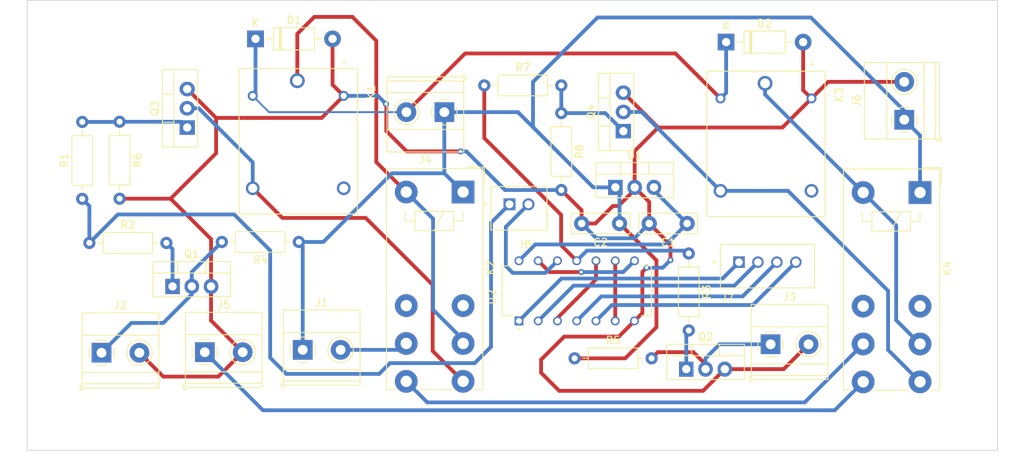
<source format=kicad_pcb>
(kicad_pcb (version 20221018) (generator pcbnew)
  (layers (0 "F.Cu" signal) (31 "B.Cu" power) (34 "B.Paste" user) (35 "F.Paste" user) (36 "B.SilkS" user "B.Silkscreen") (37 "F.SilkS" user "F.Silkscreen") (38 "B.Mask" user) (39 "F.Mask" user) (44 "Edge.Cuts" user))
  (net 0 "")
  (net 1 "+5V")
  (net 2 "CSDC-")
  (net 3 "Aux Battery in")
  (net 4 "reset")
  (net 5 "IMD In")
  (net 6 "Net-(J2-Pin_1)")
  (net 7 "Net-(J3-Pin_1)")
  (net 8 "CSDC+")
  (net 9 "BMS3")
  (net 10 "BMS4")
  (net 11 "BMS2")
  (net 12 "BMS1")
  (net 13 "BMS5")
  (net 14 "IMD Fault")
  (net 15 "Net-(Q3-D)")
  (net 16 "Net-(K1-PadCOM)")
  (net 20 "AMS In")
  (net 21 "Net-(Q4-D)")
  (net 22 "Net-(K3-PadCOM)")
  (net 26 "Net-(Q1-G)")
  (net 27 "Net-(Q2-G)")
  (net 28 "Net-(Q3-G)")
  (net 29 "Net-(Q4-G)")
  (net 30 "AMS Fault")
  (net 31 "out1")
  (net 32 "out2")
  (net 33 "out3")
  (footprint "MountingHole:MountingHole_3.5mm" (layer "F.Cu") (at 148.7424 75.2602)
    (fp_text reference "REF**" hide)
    (fp_text value "MountingHole_3.5mm")
    (pad "" np_thru_hole circle (at 0 0) (size 3.5 3.5) (drill 3.5) (layers "*.Cu" "*.Mask"))
  )
  (footprint "TerminalBlock_Phoenix:TerminalBlock_Phoenix_MKDS-1,5-2_1x02_P5.00mm_Horizontal" (layer "F.Cu") (at 80.3256 35.1534 180)
    (fp_text reference "J4" (at 2.5 -6.26) (layer "F.SilkS"))
    (fp_text value "Screw_Terminal_01x02")
    (pad "1" thru_hole rect (at 0 0 180) (size 2.6 2.6) (drill 1.3) (layers "*.Cu" "*.Mask") (net 3 "Aux Battery in"))
    (pad "2" thru_hole circle (at 5 0 180) (size 2.6 2.6) (drill 1.3) (layers "*.Cu" "*.Mask") (net 4 "reset"))
  )
  (footprint "Resistor_THT:R_Axial_DIN0207_L6.3mm_D2.5mm_P10.16mm_Horizontal" (layer "F.Cu") (at 33.5026 52.4256)
    (fp_text reference "R2" (at 5.08 -2.37) (layer "F.SilkS"))
    (fp_text value "100")
    (pad "1" thru_hole circle (at 0 0) (size 1.6 1.6) (drill 0.8) (layers "*.Cu" "*.Mask") (net 14 "IMD Fault"))
    (pad "2" thru_hole oval (at 10.16 0) (size 1.6 1.6) (drill 0.8) (layers "*.Cu" "*.Mask") (net 26 "Net-(Q1-G)"))
  )
  (footprint "Package_TO_SOT_THT:TO-220-3_Vertical" (layer "F.Cu") (at 46.411 37.1856 90)
    (fp_text reference "Q3" (at 2.54 -4.27 90) (layer "F.SilkS"))
    (fp_text value "IRF540N")
    (pad "1" thru_hole rect (at 0 0 90) (size 1.905 2) (drill 1.1) (layers "*.Cu" "*.Mask") (net 28 "Net-(Q3-G)"))
    (pad "2" thru_hole oval (at 2.54 0 90) (size 1.905 2) (drill 1.1) (layers "*.Cu" "*.Mask") (net 15 "Net-(Q3-D)"))
    (pad "3" thru_hole oval (at 5.08 0 90) (size 1.905 2) (drill 1.1) (layers "*.Cu" "*.Mask") (net 2 "CSDC-"))
  )
  (footprint "SRD-12VDC-SL-C:RELAY_SRD-12VDC-SL-C" (layer "F.Cu") (at 122.7582 39.4507 -90)
    (fp_text reference "K3" (at -6.575 -9.635 90) (layer "F.SilkS"))
    (fp_text value "SRD-12VDC-SL-C")
    (pad "COIL1" thru_hole circle (at -6.1 -6 270) (size 1.308 1.308) (drill 0.8) (layers "*.Cu" "*.Mask") (net 2 "CSDC-"))
    (pad "COIL2" thru_hole circle (at -6.1 6 270) (size 1.308 1.308) (drill 0.8) (layers "*.Cu" "*.Mask") (net 4 "reset"))
    (pad "COM" thru_hole circle (at -8.1 0.12 270) (size 1.95 1.95) (drill 1.3) (layers "*.Cu" "*.Mask") (net 22 "Net-(K3-PadCOM)"))
    (pad "NC" thru_hole circle (at 6.1 -6 270) (size 1.8 1.8) (drill 1.2) (layers "*.Cu" "*.Mask"))
    (pad "NO" thru_hole circle (at 6.1 6 270) (size 1.8 1.8) (drill 1.2) (layers "*.Cu" "*.Mask") (net 21 "Net-(Q4-D)"))
  )
  (footprint "MountingHole:MountingHole_3.5mm" (layer "F.Cu") (at 29.845 75.2348)
    (fp_text reference "REF**" hide)
    (fp_text value "MountingHole_3.5mm")
    (pad "" np_thru_hole circle (at 0 0) (size 3.5 3.5) (drill 3.5) (layers "*.Cu" "*.Mask"))
  )
  (footprint "Relay_THT:Relay_DPDT_Finder_40.52" (layer "F.Cu") (at 82.804 45.706 -90)
    (fp_text reference "K2" (at 10 -3.6 90) (layer "F.SilkS"))
    (fp_text value "FINDER-40.52")
    (pad "11" thru_hole circle (at 20 0 270) (size 3 3) (drill 1.5) (layers "*.Cu" "*.Mask") (net 16 "Net-(K1-PadCOM)"))
    (pad "12" thru_hole circle (at 15 0 270) (size 3 3) (drill 1.5) (layers "*.Cu" "*.Mask"))
    (pad "14" thru_hole circle (at 25 0 270) (size 3 3) (drill 1.5) (layers "*.Cu" "*.Mask") (net 15 "Net-(Q3-D)"))
    (pad "21" thru_hole circle (at 20 7.5 270) (size 3 3) (drill 1.5) (layers "*.Cu" "*.Mask") (net 5 "IMD In"))
    (pad "22" thru_hole circle (at 15 7.5 270) (size 3 3) (drill 1.5) (layers "*.Cu" "*.Mask"))
    (pad "24" thru_hole circle (at 25 7.5 270) (size 3 3) (drill 1.5) (layers "*.Cu" "*.Mask") (net 20 "AMS In"))
    (pad "A1" thru_hole rect (at 0 0 270) (size 3 3) (drill 1.5) (layers "*.Cu" "*.Mask") (net 3 "Aux Battery in"))
    (pad "A2" thru_hole circle (at 0 7.5 270) (size 3 3) (drill 1.5) (layers "*.Cu" "*.Mask") (net 16 "Net-(K1-PadCOM)"))
  )
  (footprint "MountingHole:MountingHole_3.5mm" (layer "F.Cu") (at 29.7688 24.7142)
    (fp_text reference "REF**" hide)
    (fp_text value "MountingHole_3.5mm")
    (pad "" np_thru_hole circle (at 0 0) (size 3.5 3.5) (drill 3.5) (layers "*.Cu" "*.Mask"))
  )
  (footprint "Resistor_THT:R_Axial_DIN0207_L6.3mm_D2.5mm_P10.16mm_Horizontal" (layer "F.Cu") (at 85.598 31.623)
    (fp_text reference "R7" (at 5.08 -2.37) (layer "F.SilkS"))
    (fp_text value "100")
    (pad "1" thru_hole circle (at 0 0) (size 1.6 1.6) (drill 0.8) (layers "*.Cu" "*.Mask") (net 30 "AMS Fault"))
    (pad "2" thru_hole oval (at 10.16 0) (size 1.6 1.6) (drill 0.8) (layers "*.Cu" "*.Mask") (net 29 "Net-(Q4-G)"))
  )
  (footprint "Capacitor_THT:C_Disc_D7.5mm_W2.5mm_P5.00mm" (layer "F.Cu") (at 103.4396 49.8602 180)
    (fp_text reference "C2" (at 2.5 -2.5) (layer "F.SilkS"))
    (fp_text value "0.1uf")
    (pad "1" thru_hole circle (at 0 0 180) (size 2 2) (drill 1) (layers "*.Cu" "*.Mask") (net 3 "Aux Battery in"))
    (pad "2" thru_hole circle (at 5 0 180) (size 2 2) (drill 1) (layers "*.Cu" "*.Mask") (net 2 "CSDC-"))
  )
  (footprint "MountingHole:MountingHole_3.5mm" (layer "F.Cu") (at 148.2852 24.7904)
    (fp_text reference "REF**" hide)
    (fp_text value "MountingHole_3.5mm")
    (pad "" np_thru_hole circle (at 0 0) (size 3.5 3.5) (drill 3.5) (layers "*.Cu" "*.Mask"))
  )
  (footprint "TerminalBlock_Phoenix:TerminalBlock_Phoenix_MKDS-1,5-2_1x02_P5.00mm_Horizontal" (layer "F.Cu") (at 35.1066 66.929)
    (fp_text reference "J2" (at 2.5 -6.26) (layer "F.SilkS"))
    (fp_text value "Screw_Terminal_01x02")
    (pad "1" thru_hole rect (at 0 0) (size 2.6 2.6) (drill 1.3) (layers "*.Cu" "*.Mask") (net 6 "Net-(J2-Pin_1)"))
    (pad "2" thru_hole circle (at 5 0) (size 2.6 2.6) (drill 1.3) (layers "*.Cu" "*.Mask") (net 2 "CSDC-"))
  )
  (footprint "SN74LS32N:DIP794W45P254L1969H508Q14" (layer "F.Cu") (at 97.79 58.7578 90)
    (fp_text reference "U2" (at -0.825 -11.135 90) (layer "F.SilkS"))
    (fp_text value "SN74LS32N")
    (pad "1" thru_hole rect (at -3.97 -7.62 90) (size 1.17 1.17) (drill 0.77) (layers "*.Cu" "*.Mask") (net 12 "BMS1"))
    (pad "2" thru_hole circle (at -3.97 -5.08 90) (size 1.17 1.17) (drill 0.77) (layers "*.Cu" "*.Mask") (net 11 "BMS2"))
    (pad "3" thru_hole circle (at -3.97 -2.54 90) (size 1.17 1.17) (drill 0.77) (layers "*.Cu" "*.Mask") (net 31 "out1"))
    (pad "4" thru_hole circle (at -3.97 0 90) (size 1.17 1.17) (drill 0.77) (layers "*.Cu" "*.Mask") (net 9 "BMS3"))
    (pad "5" thru_hole circle (at -3.97 2.54 90) (size 1.17 1.17) (drill 0.77) (layers "*.Cu" "*.Mask") (net 10 "BMS4"))
    (pad "6" thru_hole circle (at -3.97 5.08 90) (size 1.17 1.17) (drill 0.77) (layers "*.Cu" "*.Mask") (net 32 "out2"))
    (pad "7" thru_hole circle (at -3.97 7.62 90) (size 1.17 1.17) (drill 0.77) (layers "*.Cu" "*.Mask") (net 2 "CSDC-"))
    (pad "8" thru_hole circle (at 3.97 7.62 90) (size 1.17 1.17) (drill 0.77) (layers "*.Cu" "*.Mask") (net 33 "out3"))
    (pad "9" thru_hole circle (at 3.97 5.08 90) (size 1.17 1.17) (drill 0.77) (layers "*.Cu" "*.Mask") (net 32 "out2"))
    (pad "10" thru_hole circle (at 3.97 2.54 90) (size 1.17 1.17) (drill 0.77) (layers "*.Cu" "*.Mask") (net 31 "out1"))
    (pad "11" thru_hole circle (at 3.97 0 90) (size 1.17 1.17) (drill 0.77) (layers "*.Cu" "*.Mask") (net 30 "AMS Fault"))
    (pad "12" thru_hole circle (at 3.97 -2.54 90) (size 1.17 1.17) (drill 0.77) (layers "*.Cu" "*.Mask") (net 13 "BMS5"))
    (pad "13" thru_hole circle (at 3.97 -5.08 90) (size 1.17 1.17) (drill 0.77) (layers "*.Cu" "*.Mask") (net 33 "out3"))
    (pad "14" thru_hole circle (at 3.97 -7.62 90) (size 1.17 1.17) (drill 0.77) (layers "*.Cu" "*.Mask") (net 1 "+5V"))
  )
  (footprint "Resistor_THT:R_Axial_DIN0207_L6.3mm_D2.5mm_P10.16mm_Horizontal" (layer "F.Cu") (at 112.5728 53.8226 -90)
    (fp_text reference "R3" (at 5.08 -2.37 90) (layer "F.SilkS"))
    (fp_text value "100")
    (pad "1" thru_hole circle (at 0 0 270) (size 1.6 1.6) (drill 0.8) (layers "*.Cu" "*.Mask") (net 30 "AMS Fault"))
    (pad "2" thru_hole oval (at 10.16 0 270) (size 1.6 1.6) (drill 0.8) (layers "*.Cu" "*.Mask") (net 27 "Net-(Q2-G)"))
  )
  (footprint "Capacitor_THT:C_Disc_D7.5mm_W2.5mm_P5.00mm" (layer "F.Cu") (at 112.355 49.8602 180)
    (fp_text reference "C1" (at 2.5 -2.5) (layer "F.SilkS"))
    (fp_text value "0.33uf")
    (pad "1" thru_hole circle (at 0 0 180) (size 2 2) (drill 1) (layers "*.Cu" "*.Mask") (net 1 "+5V"))
    (pad "2" thru_hole circle (at 5 0 180) (size 2 2) (drill 1) (layers "*.Cu" "*.Mask") (net 2 "CSDC-"))
  )
  (footprint "Resistor_THT:R_Axial_DIN0207_L6.3mm_D2.5mm_P10.16mm_Horizontal" (layer "F.Cu") (at 37.4904 36.4236 -90)
    (fp_text reference "R6" (at 5.08 -2.37 90) (layer "F.SilkS"))
    (fp_text value "10k")
    (pad "1" thru_hole circle (at 0 0 270) (size 1.6 1.6) (drill 0.8) (layers "*.Cu" "*.Mask") (net 28 "Net-(Q3-G)"))
    (pad "2" thru_hole oval (at 10.16 0 270) (size 1.6 1.6) (drill 0.8) (layers "*.Cu" "*.Mask") (net 2 "CSDC-"))
  )
  (footprint "Resistor_THT:R_Axial_DIN0207_L6.3mm_D2.5mm_P10.16mm_Horizontal" (layer "F.Cu") (at 61.1378 52.2986 180)
    (fp_text reference "R4" (at 5.08 -2.37) (layer "F.SilkS"))
    (fp_text value "2K")
    (pad "1" thru_hole circle (at 0 0 180) (size 1.6 1.6) (drill 0.8) (layers "*.Cu" "*.Mask") (net 3 "Aux Battery in"))
    (pad "2" thru_hole oval (at 10.16 0 180) (size 1.6 1.6) (drill 0.8) (layers "*.Cu" "*.Mask") (net 6 "Net-(J2-Pin_1)"))
  )
  (footprint "Package_TO_SOT_THT:TO-220-3_Vertical" (layer "F.Cu") (at 102.8954 45.0902)
    (fp_text reference "U1" (at 2.54 -4.27) (layer "F.SilkS"))
    (fp_text value "L7805")
    (pad "1" thru_hole rect (at 0 0) (size 1.905 2) (drill 1.1) (layers "*.Cu" "*.Mask") (net 3 "Aux Battery in"))
    (pad "2" thru_hole oval (at 2.54 0) (size 1.905 2) (drill 1.1) (layers "*.Cu" "*.Mask") (net 2 "CSDC-"))
    (pad "3" thru_hole oval (at 5.08 0) (size 1.905 2) (drill 1.1) (layers "*.Cu" "*.Mask") (net 1 "+5V"))
  )
  (footprint "Package_TO_SOT_THT:TO-220-3_Vertical" (layer "F.Cu") (at 112.2426 69.0932)
    (fp_text reference "Q2" (at 2.54 -4.27) (layer "F.SilkS"))
    (fp_text value "IRF540N")
    (pad "1" thru_hole rect (at 0 0) (size 1.905 2) (drill 1.1) (layers "*.Cu" "*.Mask") (net 27 "Net-(Q2-G)"))
    (pad "2" thru_hole oval (at 2.54 0) (size 1.905 2) (drill 1.1) (layers "*.Cu" "*.Mask") (net 7 "Net-(J3-Pin_1)"))
    (pad "3" thru_hole oval (at 5.08 0) (size 1.905 2) (drill 1.1) (layers "*.Cu" "*.Mask") (net 2 "CSDC-"))
  )
  (footprint "Resistor_THT:R_Axial_DIN0207_L6.3mm_D2.5mm_P10.16mm_Horizontal" (layer "F.Cu") (at 95.758 35.2806 -90)
    (fp_text reference "R8" (at 5.08 -2.37 90) (layer "F.SilkS"))
    (fp_text value "10k")
    (pad "1" thru_hole circle (at 0 0 270) (size 1.6 1.6) (drill 0.8) (layers "*.Cu" "*.Mask") (net 29 "Net-(Q4-G)"))
    (pad "2" thru_hole oval (at 10.16 0 270) (size 1.6 1.6) (drill 0.8) (layers "*.Cu" "*.Mask") (net 2 "CSDC-"))
  )
  (footprint "conn-JST-2pin:JST_B2B-XH-A_LF__SN_" (layer "F.Cu") (at 90.1723 47.8536 180)
    (fp_text reference "J8" (at -0.775 -4.76) (layer "F.SilkS"))
    (fp_text value "B2B-XH-A_LF__SN_")
    (pad "1" thru_hole rect (at 1.25 0.525 180) (size 1.575 1.575) (drill 1.05) (layers "*.Cu" "*.Mask") (net 14 "IMD Fault"))
    (pad "2" thru_hole circle (at -1.25 0.525 180) (size 1.575 1.575) (drill 1.05) (layers "*.Cu" "*.Mask") (net 13 "BMS5"))
  )
  (footprint "Diode_THT:D_DO-41_SOD81_P10.16mm_Horizontal" (layer "F.Cu") (at 117.5004 25.908)
    (fp_text reference "D2" (at 5.08 -2.47) (layer "F.SilkS"))
    (fp_text value "1N4007")
    (fp_text user "K" (at 0 -2.1) (layer "F.SilkS"))
    (pad "1" thru_hole rect (at 0 0) (size 2.2 2.2) (drill 1.1) (layers "*.Cu" "*.Mask") (net 4 "reset"))
    (pad "2" thru_hole oval (at 10.16 0) (size 2.2 2.2) (drill 1.1) (layers "*.Cu" "*.Mask") (net 2 "CSDC-"))
  )
  (footprint "SRD-12VDC-SL-C:RELAY_SRD-12VDC-SL-C" (layer "F.Cu") (at 61.0537 39.1065 -90)
    (fp_text reference "K1" (at -6.575 -9.635 90) (layer "F.SilkS"))
    (fp_text value "SRD-12VDC-SL-C")
    (pad "COIL1" thru_hole circle (at -6.1 -6 270) (size 1.308 1.308) (drill 0.8) (layers "*.Cu" "*.Mask") (net 2 "CSDC-"))
    (pad "COIL2" thru_hole circle (at -6.1 6 270) (size 1.308 1.308) (drill 0.8) (layers "*.Cu" "*.Mask") (net 4 "reset"))
    (pad "COM" thru_hole circle (at -8.1 0.12 270) (size 1.95 1.95) (drill 1.3) (layers "*.Cu" "*.Mask") (net 16 "Net-(K1-PadCOM)"))
    (pad "NC" thru_hole circle (at 6.1 -6 270) (size 1.8 1.8) (drill 1.2) (layers "*.Cu" "*.Mask"))
    (pad "NO" thru_hole circle (at 6.1 6 270) (size 1.8 1.8) (drill 1.2) (layers "*.Cu" "*.Mask") (net 15 "Net-(Q3-D)"))
  )
  (footprint "Relay_THT:Relay_DPDT_Finder_40.52" (layer "F.Cu") (at 143.0773 45.7727 -90)
    (fp_text reference "K4" (at 10 -3.6 90) (layer "F.SilkS"))
    (fp_text value "FINDER-40.52")
    (pad "11" thru_hole circle (at 20 0 270) (size 3 3) (drill 1.5) (layers "*.Cu" "*.Mask") (net 22 "Net-(K3-PadCOM)"))
    (pad "12" thru_hole circle (at 15 0 270) (size 3 3) (drill 1.5) (layers "*.Cu" "*.Mask"))
    (pad "14" thru_hole circle (at 25 0 270) (size 3 3) (drill 1.5) (layers "*.Cu" "*.Mask") (net 21 "Net-(Q4-D)"))
    (pad "21" thru_hole circle (at 20 7.5 270) (size 3 3) (drill 1.5) (layers "*.Cu" "*.Mask") (net 20 "AMS In"))
    (pad "22" thru_hole circle (at 15 7.5 270) (size 3 3) (drill 1.5) (layers "*.Cu" "*.Mask"))
    (pad "24" thru_hole circle (at 25 7.5 270) (size 3 3) (drill 1.5) (layers "*.Cu" "*.Mask") (net 8 "CSDC+"))
    (pad "A1" thru_hole rect (at 0 0 270) (size 3 3) (drill 1.5) (layers "*.Cu" "*.Mask") (net 3 "Aux Battery in"))
    (pad "A2" thru_hole circle (at 0 7.5 270) (size 3 3) (drill 1.5) (layers "*.Cu" "*.Mask") (net 22 "Net-(K3-PadCOM)"))
  )
  (footprint "Package_TO_SOT_THT:TO-220-3_Vertical" (layer "F.Cu") (at 44.4754 58.1712)
    (fp_text reference "Q1" (at 2.54 -4.27) (layer "F.SilkS"))
    (fp_text value "IRF540N")
    (pad "1" thru_hole rect (at 0 0) (size 1.905 2) (drill 1.1) (layers "*.Cu" "*.Mask") (net 26 "Net-(Q1-G)"))
    (pad "2" thru_hole oval (at 2.54 0) (size 1.905 2) (drill 1.1) (layers "*.Cu" "*.Mask") (net 6 "Net-(J2-Pin_1)"))
    (pad "3" thru_hole oval (at 5.08 0) (size 1.905 2) (drill 1.1) (layers "*.Cu" "*.Mask") (net 2 "CSDC-"))
  )
  (footprint "Resistor_THT:R_Axial_DIN0207_L6.3mm_D2.5mm_P10.16mm_Horizontal" (layer "F.Cu") (at 97.5106 67.6656)
    (fp_text reference "R5" (at 5.08 -2.37) (layer "F.SilkS"))
    (fp_text value "2K")
    (pad "1" thru_hole circle (at 0 0) (size 1.6 1.6) (drill 0.8) (layers "*.Cu" "*.Mask") (net 3 "Aux Battery in"))
    (pad "2" thru_hole oval (at 10.16 0) (size 1.6 1.6) (drill 0.8) (layers "*.Cu" "*.Mask") (net 7 "Net-(J3-Pin_1)"))
  )
  (footprint "Package_TO_SOT_THT:TO-220-3_Vertical" (layer "F.Cu") (at 103.942 37.6682 90)
    (fp_text reference "Q4" (at 2.54 -4.27 90) (layer "F.SilkS"))
    (fp_text value "IRF540N")
    (pad "1" thru_hole rect (at 0 0 90) (size 1.905 2) (drill 1.1) (layers "*.Cu" "*.Mask") (net 29 "Net-(Q4-G)"))
    (pad "2" thru_hole oval (at 2.54 0 90) (size 1.905 2) (drill 1.1) (layers "*.Cu" "*.Mask") (net 21 "Net-(Q4-D)"))
    (pad "3" thru_hole oval (at 5.08 0 90) (size 1.905 2) (drill 1.1) (layers "*.Cu" "*.Mask") (net 2 "CSDC-"))
  )
  (footprint "conn-JST-4pin:JST_B4B-XH-A_LF__SN_" (layer "F.Cu") (at 122.9452 55.4906 180)
    (fp_text reference "J7" (at 5.267 -4.2248) (layer "F.SilkS") (effects (font (size 0.944882 0.944882))))
    (fp_text value "B4B-XH-A_LF__SN_")
    (pad "1" thru_hole rect (at 3.75 0.525 180) (size 1.508 1.508) (drill 1) (layers "*.Cu" "*.Mask") (net 12 "BMS1"))
    (pad "2" thru_hole circle (at 1.25 0.525 180) (size 1.508 1.508) (drill 1) (layers "*.Cu" "*.Mask") (net 11 "BMS2"))
    (pad "3" thru_hole circle (at -1.25 0.525 180) (size 1.508 1.508) (drill 1) (layers "*.Cu" "*.Mask") (net 9 "BMS3"))
    (pad "4" thru_hole circle (at -3.75 0.525 180) (size 1.508 1.508) (drill 1) (layers "*.Cu" "*.Mask") (net 10 "BMS4"))
  )
  (footprint "TerminalBlock_Phoenix:TerminalBlock_Phoenix_MKDS-1,5-2_1x02_P5.00mm_Horizontal" (layer "F.Cu") (at 48.7318 66.853)
    (fp_text reference "J5" (at 2.5 -6.26) (layer "F.SilkS"))
    (fp_text value "Screw_Terminal_01x02")
    (pad "1" thru_hole rect (at 0 0) (size 2.6 2.6) (drill 1.3) (layers "*.Cu" "*.Mask") (net 8 "CSDC+"))
    (pad "2" thru_hole circle (at 5 0) (size 2.6 2.6) (drill 1.3) (layers "*.Cu" "*.Mask") (net 2 "CSDC-"))
  )
  (footprint "Diode_THT:D_DO-41_SOD81_P10.16mm_Horizontal" (layer "F.Cu") (at 55.4228 25.4762)
    (fp_text reference "D1" (at 5.08 -2.47) (layer "F.SilkS"))
    (fp_text value "1N4007")
    (fp_text user "K" (at 0 -2.1) (layer "F.SilkS"))
    (pad "1" thru_hole rect (at 0 0) (size 2.2 2.2) (drill 1.1) (layers "*.Cu" "*.Mask") (net 4 "reset"))
    (pad "2" thru_hole oval (at 10.16 0) (size 2.2 2.2) (drill 1.1) (layers "*.Cu" "*.Mask") (net 2 "CSDC-"))
  )
  (footprint "TerminalBlock_Phoenix:TerminalBlock_Phoenix_MKDS-1,5-2_1x02_P5.00mm_Horizontal" (layer "F.Cu") (at 123.3716 65.8114)
    (fp_text reference "J3" (at 2.5 -6.26) (layer "F.SilkS"))
    (fp_text value "Screw_Terminal_01x02")
    (pad "1" thru_hole rect (at 0 0) (size 2.6 2.6) (drill 1.3) (layers "*.Cu" "*.Mask") (net 7 "Net-(J3-Pin_1)"))
    (pad "2" thru_hole circle (at 5 0) (size 2.6 2.6) (drill 1.3) (layers "*.Cu" "*.Mask") (net 2 "CSDC-"))
  )
  (footprint "Resistor_THT:R_Axial_DIN0207_L6.3mm_D2.5mm_P10.16mm_Horizontal" (layer "F.Cu") (at 32.5628 46.609 90)
    (fp_text reference "R1" (at 5.08 -2.37 90) (layer "F.SilkS"))
    (fp_text value "100")
    (pad "1" thru_hole circle (at 0 0 90) (size 1.6 1.6) (drill 0.8) (layers "*.Cu" "*.Mask") (net 14 "IMD Fault"))
    (pad "2" thru_hole oval (at 10.16 0 90) (size 1.6 1.6) (drill 0.8) (layers "*.Cu" "*.Mask") (net 28 "Net-(Q3-G)"))
  )
  (footprint "TerminalBlock_Phoenix:TerminalBlock_Phoenix_MKDS-1,5-2_1x02_P5.00mm_Horizontal" (layer "F.Cu") (at 61.6496 66.548)
    (fp_text reference "J1" (at 2.5 -6.26) (layer "F.SilkS"))
    (fp_text value "Screw_Terminal_01x02")
    (pad "1" thru_hole rect (at 0 0) (size 2.6 2.6) (drill 1.3) (layers "*.Cu" "*.Mask") (net 3 "Aux Battery in"))
    (pad "2" thru_hole circle (at 5 0) (size 2.6 2.6) (drill 1.3) (layers "*.Cu" "*.Mask") (net 5 "IMD In"))
  )
  (footprint "TerminalBlock_Phoenix:TerminalBlock_Phoenix_MKDS-1,5-2_1x02_P5.00mm_Horizontal" (layer "F.Cu") (at 140.9956 36.155 90)
    (fp_text reference "J6" (at 2.5 -6.26 90) (layer "F.SilkS"))
    (fp_text value "Screw_Terminal_01x02")
    (pad "1" thru_hole rect (at 0 0 90) (size 2.6 2.6) (drill 1.3) (layers "*.Cu" "*.Mask") (net 3 "Aux Battery in"))
    (pad "2" thru_hole circle (at 5 0 90) (size 2.6 2.6) (drill 1.3) (layers "*.Cu" "*.Mask") (net 2 "CSDC-"))
  )
  (gr_rect (start 25.2984 20.3962) (end 153.3144 79.8068) (stroke (width 0.1)) (fill none) (layer "Edge.Cuts"))
  (segment (start 109.5864 52.6288) (end 92.329 52.6288) (width 0.5) (layer "B.Cu") (net 1))
  (segment (start 107.9754 45.4806) (end 107.9754 45.0902) (width 0.5) (layer "B.Cu") (net 1))
  (segment (start 92.329 52.6288) (end 90.17 54.7878) (width 0.5) (layer "B.Cu") (net 1))
  (segment (start 112.355 49.8602) (end 109.5864 52.6288) (width 0.5) (layer "B.Cu") (net 1))
  (segment (start 112.355 49.8602) (end 107.9754 45.4806) (width 0.5) (layer "B.Cu") (net 1))
  (segment (start 105.4354 40.2896) (end 108.5394 37.1856) (width 0.5) (layer "F.Cu") (net 2))
  (segment (start 50.221 40.584) (end 50.221 35.9156) (width 0.5) (layer "F.Cu") (net 2))
  (segment (start 125.0898 69.0932) (end 128.3716 65.8114) (width 0.5) (layer "F.Cu") (net 2))
  (segment (start 107.355 49.8602) (end 107.355 47.0098) (width 0.5) (layer "F.Cu") (net 2))
  (segment (start 44.2214 46.5836) (end 50.221 40.584) (width 0.5) (layer "F.Cu") (net 2))
  (segment (start 46.411 32.1056) (end 50.221 35.9156) (width 0.5) (layer "F.Cu") (net 2))
  (segment (start 103.3424 64.7954) (end 105.41 62.7278) (width 0.5) (layer "F.Cu") (net 2))
  (segment (start 50.5062 70.0786) (end 53.7318 66.853) (width 0.5) (layer "F.Cu") (net 2))
  (segment (start 114.4576 71.9582) (end 95.4786 71.9582) (width 0.5) (layer "F.Cu") (net 2))
  (segment (start 93.091 69.5706) (end 93.091 67.8434) (width 0.5) (layer "F.Cu") (net 2))
  (segment (start 105.4354 45.4027) (end 103.2893 47.5488) (width 0.5) (layer "F.Cu") (net 2))
  (segment (start 49.5554 58.1712) (end 49.5554 51.9176) (width 0.5) (layer "F.Cu") (net 2))
  (segment (start 82.4738 40.3352) (end 75.3618 40.3352) (width 0.5) (layer "F.Cu") (net 2))
  (segment (start 117.3226 69.0932) (end 114.4576 71.9582) (width 0.5) (layer "F.Cu") (net 2))
  (segment (start 65.5828 31.5356) (end 67.0537 33.0065) (width 0.5) (layer "F.Cu") (net 2))
  (segment (start 93.091 67.8434) (end 96.139 64.7954) (width 0.5) (layer "F.Cu") (net 2))
  (segment (start 65.5828 25.4762) (end 65.5828 31.5356) (width 0.5) (layer "F.Cu") (net 2))
  (segment (start 103.942 32.5882) (end 108.5394 37.1856) (width 0.5) (layer "F.Cu") (net 2))
  (segment (start 130.9539 31.155) (end 128.7582 33.3507) (width 0.5) (layer "F.Cu") (net 2))
  (segment (start 117.3226 69.0932) (end 125.0898 69.0932) (width 0.5) (layer "F.Cu") (net 2))
  (segment (start 49.5554 62.6766) (end 49.5554 58.1712) (width 0.5) (layer "F.Cu") (net 2))
  (segment (start 106.445 61.6928) (end 106.445 56.2674) (width 0.5) (layer "F.Cu") (net 2))
  (segment (start 43.2562 70.0786) (end 50.5062 70.0786) (width 0.5) (layer "F.Cu") (net 2))
  (segment (start 75.3618 40.3352) (end 72.6694 37.6428) (width 0.5) (layer "F.Cu") (net 2))
  (segment (start 127.6604 25.908) (end 127.6604 32.2529) (width 0.5) (layer "F.Cu") (net 2))
  (segment (start 98.4396 48.1222) (end 95.758 45.4406) (width 0.5) (layer "F.Cu") (net 2))
  (segment (start 72.6694 37.6428) (end 72.6694 34.1122) (width 0.5) (layer "F.Cu") (net 2))
  (segment (start 110.1598 52.665) (end 107.355 49.8602) (width 0.5) (layer "F.Cu") (net 2))
  (segment (start 108.5394 37.1856) (end 124.9233 37.1856) (width 0.5) (layer "F.Cu") (net 2))
  (segment (start 103.2893 47.5488) (end 102.5652 47.5488) (width 0.5) (layer "F.Cu") (net 2))
  (segment (start 98.4396 49.8602) (end 98.4396 48.1222) (width 0.5) (layer "F.Cu") (net 2))
  (segment (start 124.9233 37.1856) (end 128.7582 33.3507) (width 0.5) (layer "F.Cu") (net 2))
  (segment (start 95.4786 71.9582) (end 93.091 69.5706) (width 0.5) (layer "F.Cu") (net 2))
  (segment (start 140.9956 31.155) (end 130.9539 31.155) (width 0.5) (layer "F.Cu") (net 2))
  (segment (start 102.5652 47.5488) (end 100.2538 49.8602) (width 0.5) (layer "F.Cu") (net 2))
  (segment (start 100.2538 49.8602) (end 98.4396 49.8602) (width 0.5) (layer "F.Cu") (net 2))
  (segment (start 50.221 35.9156) (end 64.1446 35.9156) (width 0.5) (layer "F.Cu") (net 2))
  (segment (start 105.4354 45.0902) (end 105.4354 40.2896) (width 0.5) (layer "F.Cu") (net 2))
  (segment (start 53.7318 66.853) (end 49.5554 62.6766) (width 0.5) (layer "F.Cu") (net 2))
  (segment (start 127.6604 32.2529) (end 128.7582 33.3507) (width 0.5) (layer "F.Cu") (net 2))
  (segment (start 96.139 64.7954) (end 103.3424 64.7954) (width 0.5) (layer "F.Cu") (net 2))
  (segment (start 105.41 62.7278) (end 106.445 61.6928) (width 0.5) (layer "F.Cu") (net 2))
  (segment (start 49.5554 51.9176) (end 44.2214 46.5836) (width 0.5) (layer "F.Cu") (net 2))
  (segment (start 72.6694 34.1122) (end 72.6186 34.0614) (width 0.5) (layer "F.Cu") (net 2))
  (segment (start 40.1066 66.929) (end 43.2562 70.0786) (width 0.5) (layer "F.Cu") (net 2))
  (segment (start 64.1446 35.9156) (end 67.0537 33.0065) (width 0.5) (layer "F.Cu") (net 2))
  (segment (start 107.355 47.0098) (end 105.4354 45.0902) (width 0.5) (layer "F.Cu") (net 2))
  (segment (start 105.4354 45.0902) (end 105.4354 45.4027) (width 0.5) (layer "F.Cu") (net 2))
  (segment (start 37.4904 46.5836) (end 44.2214 46.5836) (width 0.5) (layer "F.Cu") (net 2))
  (segment (start 110.1598 54.6862) (end 110.1598 52.665) (width 0.5) (layer "F.Cu") (net 2))
  (segment (start 106.445 56.2674) (end 107.0102 55.7022) (width 0.5) (layer "F.Cu") (net 2))
  (via (at 72.6186 34.0614) (size 0.8) (drill 0.4) (layers "F.Cu" "B.Cu") (net 2))
  (via (at 107.0102 55.7022) (size 0.8) (drill 0.4) (layers "F.Cu" "B.Cu") (net 2))
  (via (at 110.1598 54.6862) (size 0.8) (drill 0.4) (layers "F.Cu" "B.Cu") (net 2))
  (via (at 82.4738 40.3352) (size 0.8) (drill 0.4) (layers "F.Cu" "B.Cu") (net 2))
  (segment (start 105.3992 51.816) (end 100.3954 51.816) (width 0.5) (layer "B.Cu") (net 2))
  (segment (start 100.3954 51.816) (end 98.4396 49.8602) (width 0.5) (layer "B.Cu") (net 2))
  (segment (start 83.2299 40.3352) (end 82.4738 40.3352) (width 0.5) (layer "B.Cu") (net 2))
  (segment (start 109.1438 55.7022) (end 110.1598 54.6862) (width 0.5) (layer "B.Cu") (net 2))
  (segment (start 95.758 45.4406) (end 88.3353 45.4406) (width 0.5) (layer "B.Cu") (net 2))
  (segment (start 88.3353 45.4406) (end 83.2299 40.3352) (width 0.5) (layer "B.Cu") (net 2))
  (segment (start 107.0102 55.7022) (end 109.1438 55.7022) (width 0.5) (layer "B.Cu") (net 2))
  (segment (start 107.355 49.8602) (end 105.3992 51.816) (width 0.5) (layer "B.Cu") (net 2))
  (segment (start 71.5637 33.0065) (end 67.0537 33.0065) (width 0.5) (layer "B.Cu") (net 2))
  (segment (start 72.6186 34.0614) (end 71.5637 33.0065) (width 0.5) (layer "B.Cu") (net 2))
  (segment (start 104.1908 67.6656) (end 108.3056 63.5508) (width 0.5) (layer "F.Cu") (net 3))
  (segment (start 108.3056 54.7262) (end 103.4396 49.8602) (width 0.5) (layer "F.Cu") (net 3))
  (segment (start 97.5106 67.6656) (end 104.1908 67.6656) (width 0.5) (layer "F.Cu") (net 3))
  (segment (start 108.3056 63.5508) (end 108.3056 54.7262) (width 0.5) (layer "F.Cu") (net 3))
  (segment (start 90.0428 35.1534) (end 92.202 37.3126) (width 0.5) (layer "B.Cu") (net 3))
  (segment (start 61.6496 66.548) (end 61.6496 52.8104) (width 0.5) (layer "B.Cu") (net 3))
  (segment (start 92.0242 37.1348) (end 92.0242 31.1658) (width 0.5) (layer "B.Cu") (net 3))
  (segment (start 103.4396 45.6344) (end 102.8954 45.0902) (width 0.5) (layer "B.Cu") (net 3))
  (segment (start 99.9796 45.0902) (end 92.202 37.3126) (width 0.5) (layer "B.Cu") (net 3))
  (segment (start 73.4346 43.2276) (end 80.3256 43.2276) (width 0.5) (layer "B.Cu") (net 3))
  (segment (start 61.1378 52.2986) (end 64.3636 52.2986) (width 0.5) (layer "B.Cu") (net 3))
  (segment (start 100.5332 22.6568) (end 128.6764 22.6568) (width 0.5) (layer "B.Cu") (net 3))
  (segment (start 61.6496 52.8104) (end 61.1378 52.2986) (width 0.5) (layer "B.Cu") (net 3))
  (segment (start 80.3256 35.1534) (end 90.0428 35.1534) (width 0.5) (layer "B.Cu") (net 3))
  (segment (start 64.3636 52.2986) (end 73.4346 43.2276) (width 0.5) (layer "B.Cu") (net 3))
  (segment (start 92.202 37.3126) (end 92.0242 37.1348) (width 0.5) (layer "B.Cu") (net 3))
  (segment (start 143.0773 45.7727) (end 143.0773 38.2367) (width 0.5) (layer "B.Cu") (net 3))
  (segment (start 102.8954 45.0902) (end 99.9796 45.0902) (width 0.5) (layer "B.Cu") (net 3))
  (segment (start 102.8954 50.1904) (end 103.3018 50.5968) (width 0.5) (layer "B.Cu") (net 3))
  (segment (start 92.0242 31.1658) (end 100.5332 22.6568) (width 0.5) (layer "B.Cu") (net 3))
  (segment (start 140.9956 34.976) (end 140.9956 36.155) (width 0.5) (layer "B.Cu") (net 3))
  (segment (start 103.4396 49.8602) (end 103.4396 45.6344) (width 0.5) (layer "B.Cu") (net 3))
  (segment (start 128.6764 22.6568) (end 140.9956 34.976) (width 0.5) (layer "B.Cu") (net 3))
  (segment (start 143.0773 38.2367) (end 140.9956 36.155) (width 0.5) (layer "B.Cu") (net 3))
  (segment (start 80.3256 43.2276) (end 82.804 45.706) (width 0.5) (layer "B.Cu") (net 3))
  (segment (start 80.3256 35.1534) (end 80.3256 43.2276) (width 0.5) (layer "B.Cu") (net 3))
  (segment (start 110.8141 27.4066) (end 83.0724 27.4066) (width 0.5) (layer "F.Cu") (net 4))
  (segment (start 116.7582 33.3507) (end 110.8141 27.4066) (width 0.5) (layer "F.Cu") (net 4))
  (segment (start 83.0724 27.4066) (end 75.3256 35.1534) (width 0.5) (layer "F.Cu") (net 4))
  (segment (start 55.4228 32.6374) (end 55.0537 33.0065) (width 0.5) (layer "B.Cu") (net 4))
  (segment (start 55.4228 25.4762) (end 55.4228 32.6374) (width 0.5) (layer "B.Cu") (net 4))
  (segment (start 55.0537 33.0065) (end 57.2006 35.1534) (width 0.25) (layer "B.Cu") (net 4))
  (segment (start 117.5004 32.6085) (end 116.7582 33.3507) (width 0.5) (layer "B.Cu") (net 4))
  (segment (start 57.2006 35.1534) (end 75.3256 35.1534) (width 0.25) (layer "B.Cu") (net 4))
  (segment (start 117.5004 25.908) (end 117.5004 32.6085) (width 0.5) (layer "B.Cu") (net 4))
  (segment (start 55.245 32.8152) (end 55.0537 33.0065) (width 0.25) (layer "B.Cu") (net 4))
  (segment (start 74.462 66.548) (end 75.304 65.706) (width 0.5) (layer "B.Cu") (net 5))
  (segment (start 66.6496 66.548) (end 74.462 66.548) (width 0.5) (layer "B.Cu") (net 5))
  (segment (start 47.0154 56.261) (end 50.9778 52.2986) (width 0.5) (layer "B.Cu") (net 6))
  (segment (start 35.1066 66.929) (end 39.0436 62.992) (width 0.5) (layer "B.Cu") (net 6))
  (segment (start 47.0154 59.2328) (end 47.0154 58.1712) (width 0.5) (layer "B.Cu") (net 6))
  (segment (start 47.0154 58.1712) (end 47.0154 56.261) (width 0.5) (layer "B.Cu") (net 6))
  (segment (start 43.2562 62.992) (end 47.0154 59.2328) (width 0.5) (layer "B.Cu") (net 6))
  (segment (start 39.0436 62.992) (end 43.2562 62.992) (width 0.5) (layer "B.Cu") (net 6))
  (segment (start 108.4834 66.8528) (end 113.1824 66.8528) (width 0.5) (layer "F.Cu") (net 7))
  (segment (start 107.6706 67.6656) (end 108.4834 66.8528) (width 0.5) (layer "F.Cu") (net 7))
  (segment (start 114.7826 68.453) (end 114.7826 69.0932) (width 0.5) (layer "F.Cu") (net 7))
  (segment (start 113.1824 66.8528) (end 114.7826 68.453) (width 0.5) (layer "F.Cu") (net 7))
  (segment (start 114.7826 69.0932) (end 114.7826 67.6656) (width 0.5) (layer "B.Cu") (net 7))
  (segment (start 114.7826 67.6656) (end 116.6368 65.8114) (width 0.5) (layer "B.Cu") (net 7))
  (segment (start 116.6368 65.8114) (end 123.3716 65.8114) (width 0.5) (layer "B.Cu") (net 7))
  (segment (start 56.4024 74.5236) (end 131.8264 74.5236) (width 0.5) (layer "B.Cu") (net 8))
  (segment (start 131.8264 74.5236) (end 135.5773 70.7727) (width 0.5) (layer "B.Cu") (net 8))
  (segment (start 48.7318 66.853) (end 56.4024 74.5236) (width 0.5) (layer "B.Cu") (net 8))
  (segment (start 124.1952 54.9656) (end 119.674 59.4868) (width 0.5) (layer "B.Cu") (net 9))
  (segment (start 101.031 59.4868) (end 97.79 62.7278) (width 0.5) (layer "B.Cu") (net 9))
  (segment (start 119.674 59.4868) (end 101.031 59.4868) (width 0.5) (layer "B.Cu") (net 9))
  (segment (start 121.031 60.6298) (end 102.428 60.6298) (width 0.5) (layer "B.Cu") (net 10))
  (segment (start 102.428 60.6298) (end 100.33 62.7278) (width 0.5) (layer "B.Cu") (net 10))
  (segment (start 126.6952 54.9656) (end 121.031 60.6298) (width 0.5) (layer "B.Cu") (net 10))
  (segment (start 121.6952 54.9656) (end 118.5964 58.0644) (width 0.5) (layer "B.Cu") (net 11))
  (segment (start 97.3734 58.0644) (end 92.71 62.7278) (width 0.5) (layer "B.Cu") (net 11))
  (segment (start 118.5964 58.0644) (end 97.3734 58.0644) (width 0.5) (layer "B.Cu") (net 11))
  (segment (start 119.1952 54.9656) (end 117.0362 57.1246) (width 0.5) (layer "B.Cu") (net 12))
  (segment (start 95.7732 57.1246) (end 90.17 62.7278) (width 0.5) (layer "B.Cu") (net 12))
  (segment (start 117.0362 57.1246) (end 95.7732 57.1246) (width 0.5) (layer "B.Cu") (net 12))
  (segment (start 91.4223 47.3286) (end 88.4428 50.3081) (width 0.5) (layer "B.Cu") (net 13))
  (segment (start 89.3572 56.388) (end 93.6498 56.388) (width 0.5) (layer "B.Cu") (net 13))
  (segment (start 88.4428 50.3081) (end 88.4428 55.4736) (width 0.5) (layer "B.Cu") (net 13))
  (segment (start 93.6498 56.388) (end 95.25 54.7878) (width 0.5) (layer "B.Cu") (net 13))
  (segment (start 88.4428 55.4736) (end 89.3572 56.388) (width 0.5) (layer "B.Cu") (net 13))
  (segment (start 86.487 49.7639) (end 86.487 66.1416) (width 0.5) (layer "B.Cu") (net 14))
  (segment (start 59.4868 69.723) (end 57.3532 67.5894) (width 0.5) (layer "B.Cu") (net 14))
  (segment (start 37.2618 48.6664) (end 33.5026 52.4256) (width 0.5) (layer "B.Cu") (net 14))
  (segment (start 33.5026 52.4256) (end 33.5026 47.5488) (width 0.5) (layer "B.Cu") (net 14))
  (segment (start 52.6034 48.6664) (end 37.2618 48.6664) (width 0.5) (layer "B.Cu") (net 14))
  (segment (start 73.1546 68.298) (end 71.7296 69.723) (width 0.5) (layer "B.Cu") (net 14))
  (segment (start 88.9223 47.3286) (end 86.487 49.7639) (width 0.5) (layer "B.Cu") (net 14))
  (segment (start 84.3306 68.298) (end 73.1546 68.298) (width 0.5) (layer "B.Cu") (net 14))
  (segment (start 86.487 66.1416) (end 84.3306 68.298) (width 0.5) (layer "B.Cu") (net 14))
  (segment (start 57.3532 67.5894) (end 57.3532 53.4162) (width 0.5) (layer "B.Cu") (net 14))
  (segment (start 33.5026 47.5488) (end 32.5628 46.609) (width 0.5) (layer "B.Cu") (net 14))
  (segment (start 71.7296 69.723) (end 59.4868 69.723) (width 0.5) (layer "B.Cu") (net 14))
  (segment (start 57.3532 53.4162) (end 52.6034 48.6664) (width 0.5) (layer "B.Cu") (net 14))
  (segment (start 78.7908 66.6928) (end 78.7908 57.9628) (width 0.5) (layer "F.Cu") (net 15))
  (segment (start 82.804 70.706) (end 78.7908 66.6928) (width 0.5) (layer "F.Cu") (net 15))
  (segment (start 58.9708 49.1236) (end 55.0537 45.2065) (width 0.5) (layer "F.Cu") (net 15))
  (segment (start 69.9516 49.1236) (end 58.9708 49.1236) (width 0.5) (layer "F.Cu") (net 15))
  (segment (start 78.7908 57.9628) (end 69.9516 49.1236) (width 0.5) (layer "F.Cu") (net 15))
  (segment (start 46.411 34.6456) (end 47.9298 34.6456) (width 0.5) (layer "B.Cu") (net 15))
  (segment (start 47.9298 34.6456) (end 55.0537 41.7695) (width 0.5) (layer "B.Cu") (net 15))
  (segment (start 55.0537 41.7695) (end 55.0537 45.2065) (width 0.5) (layer "B.Cu") (net 15))
  (segment (start 60.9337 24.8167) (end 63.1698 22.5806) (width 0.5) (layer "F.Cu") (net 16))
  (segment (start 68.199 22.5806) (end 71.3486 25.7302) (width 0.5) (layer "F.Cu") (net 16))
  (segment (start 71.3486 41.7506) (end 75.304 45.706) (width 0.5) (layer "F.Cu") (net 16))
  (segment (start 71.3486 25.7302) (end 71.3486 41.7506) (width 0.5) (layer "F.Cu") (net 16))
  (segment (start 63.1698 22.5806) (end 68.199 22.5806) (width 0.5) (layer "F.Cu") (net 16))
  (segment (start 60.9337 31.0065) (end 60.9337 24.8167) (width 0.5) (layer "F.Cu") (net 16))
  (segment (start 82.804 65.2018) (end 78.8416 61.2394) (width 0.5) (layer "B.Cu") (net 16))
  (segment (start 78.8416 61.2394) (end 78.8416 49.2436) (width 0.5) (layer "B.Cu") (net 16))
  (segment (start 82.804 65.706) (end 82.804 65.2018) (width 0.5) (layer "B.Cu") (net 16))
  (segment (start 78.8416 49.2436) (end 75.304 45.706) (width 0.5) (layer "B.Cu") (net 16))
  (segment (start 75.304 70.706) (end 78.0802 73.4822) (width 0.5) (layer "B.Cu") (net 20))
  (segment (start 78.0802 73.4822) (end 127.8678 73.4822) (width 0.5) (layer "B.Cu") (net 20))
  (segment (start 127.8678 73.4822) (end 135.5773 65.7727) (width 0.5) (layer "B.Cu") (net 20))
  (segment (start 116.7582 45.5507) (end 125.6623 45.5507) (width 0.5) (layer "B.Cu") (net 21))
  (segment (start 106.3357 35.1282) (end 116.7582 45.5507) (width 0.5) (layer "B.Cu") (net 21))
  (segment (start 138.8618 66.5572) (end 143.0773 70.7727) (width 0.5) (layer "B.Cu") (net 21))
  (segment (start 138.8618 58.7502) (end 138.8618 66.5572) (width 0.5) (layer "B.Cu") (net 21))
  (segment (start 103.942 35.1282) (end 106.3357 35.1282) (width 0.5) (layer "B.Cu") (net 21))
  (segment (start 125.6623 45.5507) (end 138.8618 58.7502) (width 0.5) (layer "B.Cu") (net 21))
  (segment (start 139.9286 62.624) (end 143.0773 65.7727) (width 0.5) (layer "B.Cu") (net 22))
  (segment (start 135.5773 45.7727) (end 139.9286 50.124) (width 0.5) (layer "B.Cu") (net 22))
  (segment (start 122.6382 32.8336) (end 135.5773 45.7727) (width 0.5) (layer "B.Cu") (net 22))
  (segment (start 139.9286 50.124) (end 139.9286 62.624) (width 0.5) (layer "B.Cu") (net 22))
  (segment (start 122.6382 31.3507) (end 122.6382 32.8336) (width 0.5) (layer "B.Cu") (net 22))
  (segment (start 44.4754 58.1712) (end 44.4754 53.2384) (width 0.5) (layer "B.Cu") (net 26))
  (segment (start 44.4754 53.2384) (end 43.6626 52.4256) (width 0.5) (layer "B.Cu") (net 26))
  (segment (start 112.2426 69.0932) (end 112.2426 64.3128) (width 0.5) (layer "B.Cu") (net 27))
  (segment (start 112.2426 64.3128) (end 112.5728 63.9826) (width 0.5) (layer "B.Cu") (net 27))
  (segment (start 37.465 36.449) (end 37.4904 36.4236) (width 0.5) (layer "B.Cu") (net 28))
  (segment (start 37.4904 36.4236) (end 45.649 36.4236) (width 0.5) (layer "B.Cu") (net 28))
  (segment (start 45.649 36.4236) (end 46.411 37.1856) (width 0.5) (layer "B.Cu") (net 28))
  (segment (start 32.5628 36.449) (end 37.465 36.449) (width 0.5) (layer "B.Cu") (net 28))
  (segment (start 95.758 31.623) (end 95.758 35.2806) (width 0.5) (layer "B.Cu") (net 29))
  (segment (start 95.758 35.2806) (end 101.5544 35.2806) (width 0.5) (layer "B.Cu") (net 29))
  (segment (start 101.5544 35.2806) (end 103.942 37.6682) (width 0.5) (layer "B.Cu") (net 29))
  (segment (start 95.7326 48.7172) (end 85.598 38.5826) (width 0.5) (layer "F.Cu") (net 30))
  (segment (start 95.7326 52.7304) (end 95.7326 48.7172) (width 0.5) (layer "F.Cu") (net 30))
  (segment (start 97.79 54.7878) (end 95.7326 52.7304) (width 0.5) (layer "F.Cu") (net 30))
  (segment (start 85.598 38.5826) (end 85.598 31.623) (width 0.5) (layer "F.Cu") (net 30))
  (segment (start 112.1918 53.4416) (end 112.5728 53.8226) (width 0.5) (layer "B.Cu") (net 30))
  (segment (start 99.1362 53.4416) (end 112.1918 53.4416) (width 0.5) (layer "B.Cu") (net 30))
  (segment (start 97.79 54.7878) (end 99.1362 53.4416) (width 0.5) (layer "B.Cu") (net 30))
  (segment (start 95.25 62.7278) (end 95.25 62.3316) (width 0.5) (layer "F.Cu") (net 31))
  (segment (start 95.25 62.3316) (end 100.33 57.2516) (width 0.5) (layer "F.Cu") (net 31))
  (segment (start 100.33 57.2516) (end 100.33 54.7878) (width 0.5) (layer "F.Cu") (net 31))
  (segment (start 102.87 62.7278) (end 102.87 54.7878) (width 0.5) (layer "F.Cu") (net 32))
  (segment (start 92.71 54.7878) (end 94.1973 56.2751) (width 0.5) (layer "F.Cu") (net 33))
  (segment (start 94.1973 56.2751) (end 98.3996 56.2751) (width 0.5) (layer "F.Cu") (net 33))
  (via (at 98.3996 56.2751) (size 0.8) (drill 0.4) (layers "F.Cu" "B.Cu") (net 33))
  (segment (start 98.3996 56.2751) (end 103.9227 56.2751) (width 0.5) (layer "B.Cu") (net 33))
  (segment (start 103.9227 56.2751) (end 105.41 54.7878) (width 0.5) (layer "B.Cu") (net 33))
)
</source>
